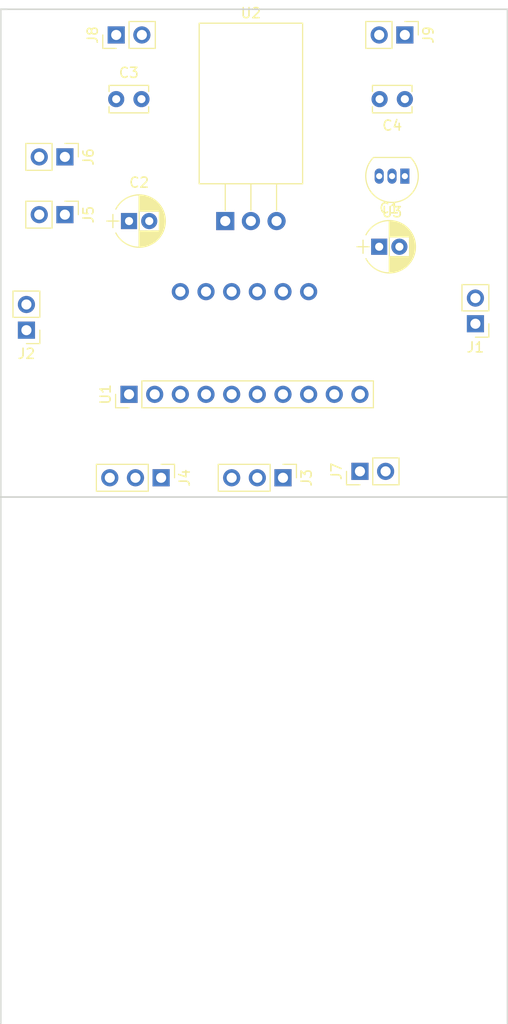
<source format=kicad_pcb>
(kicad_pcb (version 4) (host pcbnew 4.0.7)

  (general
    (links 35)
    (no_connects 35)
    (area 95.809999 28.216666 146.125001 129.615001)
    (thickness 1.6)
    (drawings 5)
    (tracks 0)
    (zones 0)
    (modules 16)
    (nets 16)
  )

  (page A4)
  (layers
    (0 F.Cu signal)
    (31 B.Cu signal)
    (32 B.Adhes user)
    (33 F.Adhes user)
    (34 B.Paste user)
    (35 F.Paste user)
    (36 B.SilkS user)
    (37 F.SilkS user)
    (38 B.Mask user)
    (39 F.Mask user)
    (40 Dwgs.User user)
    (41 Cmts.User user)
    (42 Eco1.User user)
    (43 Eco2.User user)
    (44 Edge.Cuts user)
    (45 Margin user)
    (46 B.CrtYd user)
    (47 F.CrtYd user)
    (48 B.Fab user)
    (49 F.Fab user)
  )

  (setup
    (last_trace_width 0.25)
    (trace_clearance 0.2)
    (zone_clearance 0.508)
    (zone_45_only no)
    (trace_min 0.2)
    (segment_width 0.2)
    (edge_width 0.15)
    (via_size 0.6)
    (via_drill 0.4)
    (via_min_size 0.4)
    (via_min_drill 0.3)
    (uvia_size 0.3)
    (uvia_drill 0.1)
    (uvias_allowed no)
    (uvia_min_size 0.2)
    (uvia_min_drill 0.1)
    (pcb_text_width 0.3)
    (pcb_text_size 1.5 1.5)
    (mod_edge_width 0.15)
    (mod_text_size 1 1)
    (mod_text_width 0.15)
    (pad_size 1.524 1.524)
    (pad_drill 0.762)
    (pad_to_mask_clearance 0.2)
    (aux_axis_origin 0 0)
    (visible_elements FFFFFF7F)
    (pcbplotparams
      (layerselection 0x00030_80000001)
      (usegerberextensions false)
      (excludeedgelayer true)
      (linewidth 0.100000)
      (plotframeref false)
      (viasonmask false)
      (mode 1)
      (useauxorigin false)
      (hpglpennumber 1)
      (hpglpenspeed 20)
      (hpglpendiameter 15)
      (hpglpenoverlay 2)
      (psnegative false)
      (psa4output false)
      (plotreference true)
      (plotvalue true)
      (plotinvisibletext false)
      (padsonsilk false)
      (subtractmaskfromsilk false)
      (outputformat 1)
      (mirror false)
      (drillshape 1)
      (scaleselection 1)
      (outputdirectory ""))
  )

  (net 0 "")
  (net 1 +BATT)
  (net 2 GND)
  (net 3 +5V)
  (net 4 +3V3)
  (net 5 "Net-(J1-Pad1)")
  (net 6 "Net-(J1-Pad2)")
  (net 7 "Net-(J2-Pad1)")
  (net 8 "Net-(J2-Pad2)")
  (net 9 "Net-(J3-Pad1)")
  (net 10 "Net-(J3-Pad2)")
  (net 11 "Net-(J3-Pad3)")
  (net 12 "Net-(J4-Pad1)")
  (net 13 "Net-(J4-Pad2)")
  (net 14 "Net-(J4-Pad3)")
  (net 15 STBY)

  (net_class Default "This is the default net class."
    (clearance 0.2)
    (trace_width 0.25)
    (via_dia 0.6)
    (via_drill 0.4)
    (uvia_dia 0.3)
    (uvia_drill 0.1)
    (add_net +3V3)
    (add_net +5V)
    (add_net +BATT)
    (add_net GND)
    (add_net "Net-(J1-Pad1)")
    (add_net "Net-(J1-Pad2)")
    (add_net "Net-(J2-Pad1)")
    (add_net "Net-(J2-Pad2)")
    (add_net "Net-(J3-Pad1)")
    (add_net "Net-(J3-Pad2)")
    (add_net "Net-(J3-Pad3)")
    (add_net "Net-(J4-Pad1)")
    (add_net "Net-(J4-Pad2)")
    (add_net "Net-(J4-Pad3)")
    (add_net STBY)
  )

  (module kevin:Adafruit_Motor_Driver_TB6612 placed (layer F.Cu) (tedit 5AAE9A22) (tstamp 5AB1FF35)
    (at 108.585 67.31 90)
    (descr "Adafruit motor driver tb6612")
    (tags "adafruit motor driver tb6612")
    (path /5AAE9D59)
    (fp_text reference U1 (at 0 -2.33 90) (layer F.SilkS)
      (effects (font (size 1 1) (thickness 0.15)))
    )
    (fp_text value TB6612FNG (at 5.08 11.43 180) (layer F.Fab)
      (effects (font (size 1 1) (thickness 0.15)))
    )
    (fp_line (start -1.27 -1.27) (end -1.27 24.13) (layer F.Fab) (width 0.1))
    (fp_line (start -1.27 24.13) (end 1.27 24.13) (layer F.Fab) (width 0.1))
    (fp_line (start 1.27 24.13) (end 1.27 -1.27) (layer F.Fab) (width 0.1))
    (fp_line (start 1.27 -1.27) (end -1.27 -1.27) (layer F.Fab) (width 0.1))
    (fp_line (start -1.33 1.27) (end -1.33 24.19) (layer F.SilkS) (width 0.12))
    (fp_line (start -1.33 24.19) (end 1.33 24.19) (layer F.SilkS) (width 0.12))
    (fp_line (start 1.33 24.19) (end 1.33 1.27) (layer F.SilkS) (width 0.12))
    (fp_line (start 1.33 1.27) (end -1.33 1.27) (layer F.SilkS) (width 0.12))
    (fp_line (start -1.33 0) (end -1.33 -1.33) (layer F.SilkS) (width 0.12))
    (fp_line (start -1.33 -1.33) (end 0 -1.33) (layer F.SilkS) (width 0.12))
    (fp_line (start -1.8 -1.8) (end -1.8 24.65) (layer F.CrtYd) (width 0.05))
    (fp_line (start -1.8 24.65) (end 1.8 24.65) (layer F.CrtYd) (width 0.05))
    (fp_line (start 1.8 24.65) (end 1.8 -1.8) (layer F.CrtYd) (width 0.05))
    (fp_line (start 1.8 -1.8) (end -1.8 -1.8) (layer F.CrtYd) (width 0.05))
    (fp_text user %R (at 0 -2.33 90) (layer F.Fab)
      (effects (font (size 1 1) (thickness 0.15)))
    )
    (pad 16 thru_hole oval (at 10.16 17.78 90) (size 1.7 1.7) (drill 1) (layers *.Cu *.Mask)
      (net 5 "Net-(J1-Pad1)"))
    (pad 15 thru_hole oval (at 10.16 15.24 90) (size 1.7 1.7) (drill 1) (layers *.Cu *.Mask)
      (net 6 "Net-(J1-Pad2)"))
    (pad 14 thru_hole oval (at 10.16 12.7 90) (size 1.7 1.7) (drill 1) (layers *.Cu *.Mask)
      (net 2 GND))
    (pad 13 thru_hole oval (at 10.16 10.16 90) (size 1.7 1.7) (drill 1) (layers *.Cu *.Mask)
      (net 2 GND))
    (pad 12 thru_hole oval (at 10.16 7.62 90) (size 1.7 1.7) (drill 1) (layers *.Cu *.Mask)
      (net 7 "Net-(J2-Pad1)"))
    (pad 11 thru_hole oval (at 10.16 5.08 90) (size 1.7 1.7) (drill 1) (layers *.Cu *.Mask)
      (net 8 "Net-(J2-Pad2)"))
    (pad 1 thru_hole rect (at 0 0 90) (size 1.7 1.7) (drill 1) (layers *.Cu *.Mask)
      (net 3 +5V))
    (pad 2 thru_hole oval (at 0 2.54 90) (size 1.7 1.7) (drill 1) (layers *.Cu *.Mask)
      (net 3 +5V))
    (pad 3 thru_hole oval (at 0 5.08 90) (size 1.7 1.7) (drill 1) (layers *.Cu *.Mask)
      (net 2 GND))
    (pad 4 thru_hole oval (at 0 7.62 90) (size 1.7 1.7) (drill 1) (layers *.Cu *.Mask)
      (net 14 "Net-(J4-Pad3)"))
    (pad 5 thru_hole oval (at 0 10.16 90) (size 1.7 1.7) (drill 1) (layers *.Cu *.Mask)
      (net 13 "Net-(J4-Pad2)"))
    (pad 6 thru_hole oval (at 0 12.7 90) (size 1.7 1.7) (drill 1) (layers *.Cu *.Mask)
      (net 12 "Net-(J4-Pad1)"))
    (pad 7 thru_hole oval (at 0 15.24 90) (size 1.7 1.7) (drill 1) (layers *.Cu *.Mask)
      (net 15 STBY))
    (pad 8 thru_hole oval (at 0 17.78 90) (size 1.7 1.7) (drill 1) (layers *.Cu *.Mask)
      (net 10 "Net-(J3-Pad2)"))
    (pad 9 thru_hole oval (at 0 20.32 90) (size 1.7 1.7) (drill 1) (layers *.Cu *.Mask)
      (net 11 "Net-(J3-Pad3)"))
    (pad 10 thru_hole oval (at 0 22.86 90) (size 1.7 1.7) (drill 1) (layers *.Cu *.Mask)
      (net 9 "Net-(J3-Pad1)"))
    (model ${KISYS3DMOD}/Socket_Strips.3dshapes/Socket_Strip_Straight_1x10_Pitch2.54mm.wrl
      (at (xyz 0 -0.45 0))
      (scale (xyz 1 1 1))
      (rotate (xyz 0 0 270))
    )
  )

  (module Capacitors_THT:CP_Radial_D5.0mm_P2.00mm placed (layer F.Cu) (tedit 597BC7C2) (tstamp 5AB2CF42)
    (at 133.35 52.705)
    (descr "CP, Radial series, Radial, pin pitch=2.00mm, , diameter=5mm, Electrolytic Capacitor")
    (tags "CP Radial series Radial pin pitch 2.00mm  diameter 5mm Electrolytic Capacitor")
    (path /5AAE9E57)
    (fp_text reference C1 (at 1 -3.81) (layer F.SilkS)
      (effects (font (size 1 1) (thickness 0.15)))
    )
    (fp_text value CP (at 1 3.81) (layer F.Fab)
      (effects (font (size 1 1) (thickness 0.15)))
    )
    (fp_arc (start 1 0) (end -1.30558 -1.18) (angle 125.8) (layer F.SilkS) (width 0.12))
    (fp_arc (start 1 0) (end -1.30558 1.18) (angle -125.8) (layer F.SilkS) (width 0.12))
    (fp_arc (start 1 0) (end 3.30558 -1.18) (angle 54.2) (layer F.SilkS) (width 0.12))
    (fp_circle (center 1 0) (end 3.5 0) (layer F.Fab) (width 0.1))
    (fp_line (start -2.2 0) (end -1 0) (layer F.Fab) (width 0.1))
    (fp_line (start -1.6 -0.65) (end -1.6 0.65) (layer F.Fab) (width 0.1))
    (fp_line (start 1 -2.55) (end 1 2.55) (layer F.SilkS) (width 0.12))
    (fp_line (start 1.04 -2.55) (end 1.04 -0.98) (layer F.SilkS) (width 0.12))
    (fp_line (start 1.04 0.98) (end 1.04 2.55) (layer F.SilkS) (width 0.12))
    (fp_line (start 1.08 -2.549) (end 1.08 -0.98) (layer F.SilkS) (width 0.12))
    (fp_line (start 1.08 0.98) (end 1.08 2.549) (layer F.SilkS) (width 0.12))
    (fp_line (start 1.12 -2.548) (end 1.12 -0.98) (layer F.SilkS) (width 0.12))
    (fp_line (start 1.12 0.98) (end 1.12 2.548) (layer F.SilkS) (width 0.12))
    (fp_line (start 1.16 -2.546) (end 1.16 -0.98) (layer F.SilkS) (width 0.12))
    (fp_line (start 1.16 0.98) (end 1.16 2.546) (layer F.SilkS) (width 0.12))
    (fp_line (start 1.2 -2.543) (end 1.2 -0.98) (layer F.SilkS) (width 0.12))
    (fp_line (start 1.2 0.98) (end 1.2 2.543) (layer F.SilkS) (width 0.12))
    (fp_line (start 1.24 -2.539) (end 1.24 -0.98) (layer F.SilkS) (width 0.12))
    (fp_line (start 1.24 0.98) (end 1.24 2.539) (layer F.SilkS) (width 0.12))
    (fp_line (start 1.28 -2.535) (end 1.28 -0.98) (layer F.SilkS) (width 0.12))
    (fp_line (start 1.28 0.98) (end 1.28 2.535) (layer F.SilkS) (width 0.12))
    (fp_line (start 1.32 -2.531) (end 1.32 -0.98) (layer F.SilkS) (width 0.12))
    (fp_line (start 1.32 0.98) (end 1.32 2.531) (layer F.SilkS) (width 0.12))
    (fp_line (start 1.36 -2.525) (end 1.36 -0.98) (layer F.SilkS) (width 0.12))
    (fp_line (start 1.36 0.98) (end 1.36 2.525) (layer F.SilkS) (width 0.12))
    (fp_line (start 1.4 -2.519) (end 1.4 -0.98) (layer F.SilkS) (width 0.12))
    (fp_line (start 1.4 0.98) (end 1.4 2.519) (layer F.SilkS) (width 0.12))
    (fp_line (start 1.44 -2.513) (end 1.44 -0.98) (layer F.SilkS) (width 0.12))
    (fp_line (start 1.44 0.98) (end 1.44 2.513) (layer F.SilkS) (width 0.12))
    (fp_line (start 1.48 -2.506) (end 1.48 -0.98) (layer F.SilkS) (width 0.12))
    (fp_line (start 1.48 0.98) (end 1.48 2.506) (layer F.SilkS) (width 0.12))
    (fp_line (start 1.52 -2.498) (end 1.52 -0.98) (layer F.SilkS) (width 0.12))
    (fp_line (start 1.52 0.98) (end 1.52 2.498) (layer F.SilkS) (width 0.12))
    (fp_line (start 1.56 -2.489) (end 1.56 -0.98) (layer F.SilkS) (width 0.12))
    (fp_line (start 1.56 0.98) (end 1.56 2.489) (layer F.SilkS) (width 0.12))
    (fp_line (start 1.6 -2.48) (end 1.6 -0.98) (layer F.SilkS) (width 0.12))
    (fp_line (start 1.6 0.98) (end 1.6 2.48) (layer F.SilkS) (width 0.12))
    (fp_line (start 1.64 -2.47) (end 1.64 -0.98) (layer F.SilkS) (width 0.12))
    (fp_line (start 1.64 0.98) (end 1.64 2.47) (layer F.SilkS) (width 0.12))
    (fp_line (start 1.68 -2.46) (end 1.68 -0.98) (layer F.SilkS) (width 0.12))
    (fp_line (start 1.68 0.98) (end 1.68 2.46) (layer F.SilkS) (width 0.12))
    (fp_line (start 1.721 -2.448) (end 1.721 -0.98) (layer F.SilkS) (width 0.12))
    (fp_line (start 1.721 0.98) (end 1.721 2.448) (layer F.SilkS) (width 0.12))
    (fp_line (start 1.761 -2.436) (end 1.761 -0.98) (layer F.SilkS) (width 0.12))
    (fp_line (start 1.761 0.98) (end 1.761 2.436) (layer F.SilkS) (width 0.12))
    (fp_line (start 1.801 -2.424) (end 1.801 -0.98) (layer F.SilkS) (width 0.12))
    (fp_line (start 1.801 0.98) (end 1.801 2.424) (layer F.SilkS) (width 0.12))
    (fp_line (start 1.841 -2.41) (end 1.841 -0.98) (layer F.SilkS) (width 0.12))
    (fp_line (start 1.841 0.98) (end 1.841 2.41) (layer F.SilkS) (width 0.12))
    (fp_line (start 1.881 -2.396) (end 1.881 -0.98) (layer F.SilkS) (width 0.12))
    (fp_line (start 1.881 0.98) (end 1.881 2.396) (layer F.SilkS) (width 0.12))
    (fp_line (start 1.921 -2.382) (end 1.921 -0.98) (layer F.SilkS) (width 0.12))
    (fp_line (start 1.921 0.98) (end 1.921 2.382) (layer F.SilkS) (width 0.12))
    (fp_line (start 1.961 -2.366) (end 1.961 -0.98) (layer F.SilkS) (width 0.12))
    (fp_line (start 1.961 0.98) (end 1.961 2.366) (layer F.SilkS) (width 0.12))
    (fp_line (start 2.001 -2.35) (end 2.001 -0.98) (layer F.SilkS) (width 0.12))
    (fp_line (start 2.001 0.98) (end 2.001 2.35) (layer F.SilkS) (width 0.12))
    (fp_line (start 2.041 -2.333) (end 2.041 -0.98) (layer F.SilkS) (width 0.12))
    (fp_line (start 2.041 0.98) (end 2.041 2.333) (layer F.SilkS) (width 0.12))
    (fp_line (start 2.081 -2.315) (end 2.081 -0.98) (layer F.SilkS) (width 0.12))
    (fp_line (start 2.081 0.98) (end 2.081 2.315) (layer F.SilkS) (width 0.12))
    (fp_line (start 2.121 -2.296) (end 2.121 -0.98) (layer F.SilkS) (width 0.12))
    (fp_line (start 2.121 0.98) (end 2.121 2.296) (layer F.SilkS) (width 0.12))
    (fp_line (start 2.161 -2.276) (end 2.161 -0.98) (layer F.SilkS) (width 0.12))
    (fp_line (start 2.161 0.98) (end 2.161 2.276) (layer F.SilkS) (width 0.12))
    (fp_line (start 2.201 -2.256) (end 2.201 -0.98) (layer F.SilkS) (width 0.12))
    (fp_line (start 2.201 0.98) (end 2.201 2.256) (layer F.SilkS) (width 0.12))
    (fp_line (start 2.241 -2.234) (end 2.241 -0.98) (layer F.SilkS) (width 0.12))
    (fp_line (start 2.241 0.98) (end 2.241 2.234) (layer F.SilkS) (width 0.12))
    (fp_line (start 2.281 -2.212) (end 2.281 -0.98) (layer F.SilkS) (width 0.12))
    (fp_line (start 2.281 0.98) (end 2.281 2.212) (layer F.SilkS) (width 0.12))
    (fp_line (start 2.321 -2.189) (end 2.321 -0.98) (layer F.SilkS) (width 0.12))
    (fp_line (start 2.321 0.98) (end 2.321 2.189) (layer F.SilkS) (width 0.12))
    (fp_line (start 2.361 -2.165) (end 2.361 -0.98) (layer F.SilkS) (width 0.12))
    (fp_line (start 2.361 0.98) (end 2.361 2.165) (layer F.SilkS) (width 0.12))
    (fp_line (start 2.401 -2.14) (end 2.401 -0.98) (layer F.SilkS) (width 0.12))
    (fp_line (start 2.401 0.98) (end 2.401 2.14) (layer F.SilkS) (width 0.12))
    (fp_line (start 2.441 -2.113) (end 2.441 -0.98) (layer F.SilkS) (width 0.12))
    (fp_line (start 2.441 0.98) (end 2.441 2.113) (layer F.SilkS) (width 0.12))
    (fp_line (start 2.481 -2.086) (end 2.481 -0.98) (layer F.SilkS) (width 0.12))
    (fp_line (start 2.481 0.98) (end 2.481 2.086) (layer F.SilkS) (width 0.12))
    (fp_line (start 2.521 -2.058) (end 2.521 -0.98) (layer F.SilkS) (width 0.12))
    (fp_line (start 2.521 0.98) (end 2.521 2.058) (layer F.SilkS) (width 0.12))
    (fp_line (start 2.561 -2.028) (end 2.561 -0.98) (layer F.SilkS) (width 0.12))
    (fp_line (start 2.561 0.98) (end 2.561 2.028) (layer F.SilkS) (width 0.12))
    (fp_line (start 2.601 -1.997) (end 2.601 -0.98) (layer F.SilkS) (width 0.12))
    (fp_line (start 2.601 0.98) (end 2.601 1.997) (layer F.SilkS) (width 0.12))
    (fp_line (start 2.641 -1.965) (end 2.641 -0.98) (layer F.SilkS) (width 0.12))
    (fp_line (start 2.641 0.98) (end 2.641 1.965) (layer F.SilkS) (width 0.12))
    (fp_line (start 2.681 -1.932) (end 2.681 -0.98) (layer F.SilkS) (width 0.12))
    (fp_line (start 2.681 0.98) (end 2.681 1.932) (layer F.SilkS) (width 0.12))
    (fp_line (start 2.721 -1.897) (end 2.721 -0.98) (layer F.SilkS) (width 0.12))
    (fp_line (start 2.721 0.98) (end 2.721 1.897) (layer F.SilkS) (width 0.12))
    (fp_line (start 2.761 -1.861) (end 2.761 -0.98) (layer F.SilkS) (width 0.12))
    (fp_line (start 2.761 0.98) (end 2.761 1.861) (layer F.SilkS) (width 0.12))
    (fp_line (start 2.801 -1.823) (end 2.801 -0.98) (layer F.SilkS) (width 0.12))
    (fp_line (start 2.801 0.98) (end 2.801 1.823) (layer F.SilkS) (width 0.12))
    (fp_line (start 2.841 -1.783) (end 2.841 -0.98) (layer F.SilkS) (width 0.12))
    (fp_line (start 2.841 0.98) (end 2.841 1.783) (layer F.SilkS) (width 0.12))
    (fp_line (start 2.881 -1.742) (end 2.881 -0.98) (layer F.SilkS) (width 0.12))
    (fp_line (start 2.881 0.98) (end 2.881 1.742) (layer F.SilkS) (width 0.12))
    (fp_line (start 2.921 -1.699) (end 2.921 -0.98) (layer F.SilkS) (width 0.12))
    (fp_line (start 2.921 0.98) (end 2.921 1.699) (layer F.SilkS) (width 0.12))
    (fp_line (start 2.961 -1.654) (end 2.961 -0.98) (layer F.SilkS) (width 0.12))
    (fp_line (start 2.961 0.98) (end 2.961 1.654) (layer F.SilkS) (width 0.12))
    (fp_line (start 3.001 -1.606) (end 3.001 1.606) (layer F.SilkS) (width 0.12))
    (fp_line (start 3.041 -1.556) (end 3.041 1.556) (layer F.SilkS) (width 0.12))
    (fp_line (start 3.081 -1.504) (end 3.081 1.504) (layer F.SilkS) (width 0.12))
    (fp_line (start 3.121 -1.448) (end 3.121 1.448) (layer F.SilkS) (width 0.12))
    (fp_line (start 3.161 -1.39) (end 3.161 1.39) (layer F.SilkS) (width 0.12))
    (fp_line (start 3.201 -1.327) (end 3.201 1.327) (layer F.SilkS) (width 0.12))
    (fp_line (start 3.241 -1.261) (end 3.241 1.261) (layer F.SilkS) (width 0.12))
    (fp_line (start 3.281 -1.189) (end 3.281 1.189) (layer F.SilkS) (width 0.12))
    (fp_line (start 3.321 -1.112) (end 3.321 1.112) (layer F.SilkS) (width 0.12))
    (fp_line (start 3.361 -1.028) (end 3.361 1.028) (layer F.SilkS) (width 0.12))
    (fp_line (start 3.401 -0.934) (end 3.401 0.934) (layer F.SilkS) (width 0.12))
    (fp_line (start 3.441 -0.829) (end 3.441 0.829) (layer F.SilkS) (width 0.12))
    (fp_line (start 3.481 -0.707) (end 3.481 0.707) (layer F.SilkS) (width 0.12))
    (fp_line (start 3.521 -0.559) (end 3.521 0.559) (layer F.SilkS) (width 0.12))
    (fp_line (start 3.561 -0.354) (end 3.561 0.354) (layer F.SilkS) (width 0.12))
    (fp_line (start -2.2 0) (end -1 0) (layer F.SilkS) (width 0.12))
    (fp_line (start -1.6 -0.65) (end -1.6 0.65) (layer F.SilkS) (width 0.12))
    (fp_line (start -1.85 -2.85) (end -1.85 2.85) (layer F.CrtYd) (width 0.05))
    (fp_line (start -1.85 2.85) (end 3.85 2.85) (layer F.CrtYd) (width 0.05))
    (fp_line (start 3.85 2.85) (end 3.85 -2.85) (layer F.CrtYd) (width 0.05))
    (fp_line (start 3.85 -2.85) (end -1.85 -2.85) (layer F.CrtYd) (width 0.05))
    (fp_text user %R (at 1 0) (layer F.Fab)
      (effects (font (size 1 1) (thickness 0.15)))
    )
    (pad 1 thru_hole rect (at 0 0) (size 1.6 1.6) (drill 0.8) (layers *.Cu *.Mask)
      (net 1 +BATT))
    (pad 2 thru_hole circle (at 2 0) (size 1.6 1.6) (drill 0.8) (layers *.Cu *.Mask)
      (net 2 GND))
    (model ${KISYS3DMOD}/Capacitors_THT.3dshapes/CP_Radial_D5.0mm_P2.00mm.wrl
      (at (xyz 0 0 0))
      (scale (xyz 1 1 1))
      (rotate (xyz 0 0 0))
    )
  )

  (module Capacitors_THT:CP_Radial_D5.0mm_P2.00mm placed (layer F.Cu) (tedit 597BC7C2) (tstamp 5AB2CFC7)
    (at 108.585 50.165)
    (descr "CP, Radial series, Radial, pin pitch=2.00mm, , diameter=5mm, Electrolytic Capacitor")
    (tags "CP Radial series Radial pin pitch 2.00mm  diameter 5mm Electrolytic Capacitor")
    (path /5AAE9FBE)
    (fp_text reference C2 (at 1 -3.81) (layer F.SilkS)
      (effects (font (size 1 1) (thickness 0.15)))
    )
    (fp_text value CP (at 1 3.81) (layer F.Fab)
      (effects (font (size 1 1) (thickness 0.15)))
    )
    (fp_arc (start 1 0) (end -1.30558 -1.18) (angle 125.8) (layer F.SilkS) (width 0.12))
    (fp_arc (start 1 0) (end -1.30558 1.18) (angle -125.8) (layer F.SilkS) (width 0.12))
    (fp_arc (start 1 0) (end 3.30558 -1.18) (angle 54.2) (layer F.SilkS) (width 0.12))
    (fp_circle (center 1 0) (end 3.5 0) (layer F.Fab) (width 0.1))
    (fp_line (start -2.2 0) (end -1 0) (layer F.Fab) (width 0.1))
    (fp_line (start -1.6 -0.65) (end -1.6 0.65) (layer F.Fab) (width 0.1))
    (fp_line (start 1 -2.55) (end 1 2.55) (layer F.SilkS) (width 0.12))
    (fp_line (start 1.04 -2.55) (end 1.04 -0.98) (layer F.SilkS) (width 0.12))
    (fp_line (start 1.04 0.98) (end 1.04 2.55) (layer F.SilkS) (width 0.12))
    (fp_line (start 1.08 -2.549) (end 1.08 -0.98) (layer F.SilkS) (width 0.12))
    (fp_line (start 1.08 0.98) (end 1.08 2.549) (layer F.SilkS) (width 0.12))
    (fp_line (start 1.12 -2.548) (end 1.12 -0.98) (layer F.SilkS) (width 0.12))
    (fp_line (start 1.12 0.98) (end 1.12 2.548) (layer F.SilkS) (width 0.12))
    (fp_line (start 1.16 -2.546) (end 1.16 -0.98) (layer F.SilkS) (width 0.12))
    (fp_line (start 1.16 0.98) (end 1.16 2.546) (layer F.SilkS) (width 0.12))
    (fp_line (start 1.2 -2.543) (end 1.2 -0.98) (layer F.SilkS) (width 0.12))
    (fp_line (start 1.2 0.98) (end 1.2 2.543) (layer F.SilkS) (width 0.12))
    (fp_line (start 1.24 -2.539) (end 1.24 -0.98) (layer F.SilkS) (width 0.12))
    (fp_line (start 1.24 0.98) (end 1.24 2.539) (layer F.SilkS) (width 0.12))
    (fp_line (start 1.28 -2.535) (end 1.28 -0.98) (layer F.SilkS) (width 0.12))
    (fp_line (start 1.28 0.98) (end 1.28 2.535) (layer F.SilkS) (width 0.12))
    (fp_line (start 1.32 -2.531) (end 1.32 -0.98) (layer F.SilkS) (width 0.12))
    (fp_line (start 1.32 0.98) (end 1.32 2.531) (layer F.SilkS) (width 0.12))
    (fp_line (start 1.36 -2.525) (end 1.36 -0.98) (layer F.SilkS) (width 0.12))
    (fp_line (start 1.36 0.98) (end 1.36 2.525) (layer F.SilkS) (width 0.12))
    (fp_line (start 1.4 -2.519) (end 1.4 -0.98) (layer F.SilkS) (width 0.12))
    (fp_line (start 1.4 0.98) (end 1.4 2.519) (layer F.SilkS) (width 0.12))
    (fp_line (start 1.44 -2.513) (end 1.44 -0.98) (layer F.SilkS) (width 0.12))
    (fp_line (start 1.44 0.98) (end 1.44 2.513) (layer F.SilkS) (width 0.12))
    (fp_line (start 1.48 -2.506) (end 1.48 -0.98) (layer F.SilkS) (width 0.12))
    (fp_line (start 1.48 0.98) (end 1.48 2.506) (layer F.SilkS) (width 0.12))
    (fp_line (start 1.52 -2.498) (end 1.52 -0.98) (layer F.SilkS) (width 0.12))
    (fp_line (start 1.52 0.98) (end 1.52 2.498) (layer F.SilkS) (width 0.12))
    (fp_line (start 1.56 -2.489) (end 1.56 -0.98) (layer F.SilkS) (width 0.12))
    (fp_line (start 1.56 0.98) (end 1.56 2.489) (layer F.SilkS) (width 0.12))
    (fp_line (start 1.6 -2.48) (end 1.6 -0.98) (layer F.SilkS) (width 0.12))
    (fp_line (start 1.6 0.98) (end 1.6 2.48) (layer F.SilkS) (width 0.12))
    (fp_line (start 1.64 -2.47) (end 1.64 -0.98) (layer F.SilkS) (width 0.12))
    (fp_line (start 1.64 0.98) (end 1.64 2.47) (layer F.SilkS) (width 0.12))
    (fp_line (start 1.68 -2.46) (end 1.68 -0.98) (layer F.SilkS) (width 0.12))
    (fp_line (start 1.68 0.98) (end 1.68 2.46) (layer F.SilkS) (width 0.12))
    (fp_line (start 1.721 -2.448) (end 1.721 -0.98) (layer F.SilkS) (width 0.12))
    (fp_line (start 1.721 0.98) (end 1.721 2.448) (layer F.SilkS) (width 0.12))
    (fp_line (start 1.761 -2.436) (end 1.761 -0.98) (layer F.SilkS) (width 0.12))
    (fp_line (start 1.761 0.98) (end 1.761 2.436) (layer F.SilkS) (width 0.12))
    (fp_line (start 1.801 -2.424) (end 1.801 -0.98) (layer F.SilkS) (width 0.12))
    (fp_line (start 1.801 0.98) (end 1.801 2.424) (layer F.SilkS) (width 0.12))
    (fp_line (start 1.841 -2.41) (end 1.841 -0.98) (layer F.SilkS) (width 0.12))
    (fp_line (start 1.841 0.98) (end 1.841 2.41) (layer F.SilkS) (width 0.12))
    (fp_line (start 1.881 -2.396) (end 1.881 -0.98) (layer F.SilkS) (width 0.12))
    (fp_line (start 1.881 0.98) (end 1.881 2.396) (layer F.SilkS) (width 0.12))
    (fp_line (start 1.921 -2.382) (end 1.921 -0.98) (layer F.SilkS) (width 0.12))
    (fp_line (start 1.921 0.98) (end 1.921 2.382) (layer F.SilkS) (width 0.12))
    (fp_line (start 1.961 -2.366) (end 1.961 -0.98) (layer F.SilkS) (width 0.12))
    (fp_line (start 1.961 0.98) (end 1.961 2.366) (layer F.SilkS) (width 0.12))
    (fp_line (start 2.001 -2.35) (end 2.001 -0.98) (layer F.SilkS) (width 0.12))
    (fp_line (start 2.001 0.98) (end 2.001 2.35) (layer F.SilkS) (width 0.12))
    (fp_line (start 2.041 -2.333) (end 2.041 -0.98) (layer F.SilkS) (width 0.12))
    (fp_line (start 2.041 0.98) (end 2.041 2.333) (layer F.SilkS) (width 0.12))
    (fp_line (start 2.081 -2.315) (end 2.081 -0.98) (layer F.SilkS) (width 0.12))
    (fp_line (start 2.081 0.98) (end 2.081 2.315) (layer F.SilkS) (width 0.12))
    (fp_line (start 2.121 -2.296) (end 2.121 -0.98) (layer F.SilkS) (width 0.12))
    (fp_line (start 2.121 0.98) (end 2.121 2.296) (layer F.SilkS) (width 0.12))
    (fp_line (start 2.161 -2.276) (end 2.161 -0.98) (layer F.SilkS) (width 0.12))
    (fp_line (start 2.161 0.98) (end 2.161 2.276) (layer F.SilkS) (width 0.12))
    (fp_line (start 2.201 -2.256) (end 2.201 -0.98) (layer F.SilkS) (width 0.12))
    (fp_line (start 2.201 0.98) (end 2.201 2.256) (layer F.SilkS) (width 0.12))
    (fp_line (start 2.241 -2.234) (end 2.241 -0.98) (layer F.SilkS) (width 0.12))
    (fp_line (start 2.241 0.98) (end 2.241 2.234) (layer F.SilkS) (width 0.12))
    (fp_line (start 2.281 -2.212) (end 2.281 -0.98) (layer F.SilkS) (width 0.12))
    (fp_line (start 2.281 0.98) (end 2.281 2.212) (layer F.SilkS) (width 0.12))
    (fp_line (start 2.321 -2.189) (end 2.321 -0.98) (layer F.SilkS) (width 0.12))
    (fp_line (start 2.321 0.98) (end 2.321 2.189) (layer F.SilkS) (width 0.12))
    (fp_line (start 2.361 -2.165) (end 2.361 -0.98) (layer F.SilkS) (width 0.12))
    (fp_line (start 2.361 0.98) (end 2.361 2.165) (layer F.SilkS) (width 0.12))
    (fp_line (start 2.401 -2.14) (end 2.401 -0.98) (layer F.SilkS) (width 0.12))
    (fp_line (start 2.401 0.98) (end 2.401 2.14) (layer F.SilkS) (width 0.12))
    (fp_line (start 2.441 -2.113) (end 2.441 -0.98) (layer F.SilkS) (width 0.12))
    (fp_line (start 2.441 0.98) (end 2.441 2.113) (layer F.SilkS) (width 0.12))
    (fp_line (start 2.481 -2.086) (end 2.481 -0.98) (layer F.SilkS) (width 0.12))
    (fp_line (start 2.481 0.98) (end 2.481 2.086) (layer F.SilkS) (width 0.12))
    (fp_line (start 2.521 -2.058) (end 2.521 -0.98) (layer F.SilkS) (width 0.12))
    (fp_line (start 2.521 0.98) (end 2.521 2.058) (layer F.SilkS) (width 0.12))
    (fp_line (start 2.561 -2.028) (end 2.561 -0.98) (layer F.SilkS) (width 0.12))
    (fp_line (start 2.561 0.98) (end 2.561 2.028) (layer F.SilkS) (width 0.12))
    (fp_line (start 2.601 -1.997) (end 2.601 -0.98) (layer F.SilkS) (width 0.12))
    (fp_line (start 2.601 0.98) (end 2.601 1.997) (layer F.SilkS) (width 0.12))
    (fp_line (start 2.641 -1.965) (end 2.641 -0.98) (layer F.SilkS) (width 0.12))
    (fp_line (start 2.641 0.98) (end 2.641 1.965) (layer F.SilkS) (width 0.12))
    (fp_line (start 2.681 -1.932) (end 2.681 -0.98) (layer F.SilkS) (width 0.12))
    (fp_line (start 2.681 0.98) (end 2.681 1.932) (layer F.SilkS) (width 0.12))
    (fp_line (start 2.721 -1.897) (end 2.721 -0.98) (layer F.SilkS) (width 0.12))
    (fp_line (start 2.721 0.98) (end 2.721 1.897) (layer F.SilkS) (width 0.12))
    (fp_line (start 2.761 -1.861) (end 2.761 -0.98) (layer F.SilkS) (width 0.12))
    (fp_line (start 2.761 0.98) (end 2.761 1.861) (layer F.SilkS) (width 0.12))
    (fp_line (start 2.801 -1.823) (end 2.801 -0.98) (layer F.SilkS) (width 0.12))
    (fp_line (start 2.801 0.98) (end 2.801 1.823) (layer F.SilkS) (width 0.12))
    (fp_line (start 2.841 -1.783) (end 2.841 -0.98) (layer F.SilkS) (width 0.12))
    (fp_line (start 2.841 0.98) (end 2.841 1.783) (layer F.SilkS) (width 0.12))
    (fp_line (start 2.881 -1.742) (end 2.881 -0.98) (layer F.SilkS) (width 0.12))
    (fp_line (start 2.881 0.98) (end 2.881 1.742) (layer F.SilkS) (width 0.12))
    (fp_line (start 2.921 -1.699) (end 2.921 -0.98) (layer F.SilkS) (width 0.12))
    (fp_line (start 2.921 0.98) (end 2.921 1.699) (layer F.SilkS) (width 0.12))
    (fp_line (start 2.961 -1.654) (end 2.961 -0.98) (layer F.SilkS) (width 0.12))
    (fp_line (start 2.961 0.98) (end 2.961 1.654) (layer F.SilkS) (width 0.12))
    (fp_line (start 3.001 -1.606) (end 3.001 1.606) (layer F.SilkS) (width 0.12))
    (fp_line (start 3.041 -1.556) (end 3.041 1.556) (layer F.SilkS) (width 0.12))
    (fp_line (start 3.081 -1.504) (end 3.081 1.504) (layer F.SilkS) (width 0.12))
    (fp_line (start 3.121 -1.448) (end 3.121 1.448) (layer F.SilkS) (width 0.12))
    (fp_line (start 3.161 -1.39) (end 3.161 1.39) (layer F.SilkS) (width 0.12))
    (fp_line (start 3.201 -1.327) (end 3.201 1.327) (layer F.SilkS) (width 0.12))
    (fp_line (start 3.241 -1.261) (end 3.241 1.261) (layer F.SilkS) (width 0.12))
    (fp_line (start 3.281 -1.189) (end 3.281 1.189) (layer F.SilkS) (width 0.12))
    (fp_line (start 3.321 -1.112) (end 3.321 1.112) (layer F.SilkS) (width 0.12))
    (fp_line (start 3.361 -1.028) (end 3.361 1.028) (layer F.SilkS) (width 0.12))
    (fp_line (start 3.401 -0.934) (end 3.401 0.934) (layer F.SilkS) (width 0.12))
    (fp_line (start 3.441 -0.829) (end 3.441 0.829) (layer F.SilkS) (width 0.12))
    (fp_line (start 3.481 -0.707) (end 3.481 0.707) (layer F.SilkS) (width 0.12))
    (fp_line (start 3.521 -0.559) (end 3.521 0.559) (layer F.SilkS) (width 0.12))
    (fp_line (start 3.561 -0.354) (end 3.561 0.354) (layer F.SilkS) (width 0.12))
    (fp_line (start -2.2 0) (end -1 0) (layer F.SilkS) (width 0.12))
    (fp_line (start -1.6 -0.65) (end -1.6 0.65) (layer F.SilkS) (width 0.12))
    (fp_line (start -1.85 -2.85) (end -1.85 2.85) (layer F.CrtYd) (width 0.05))
    (fp_line (start -1.85 2.85) (end 3.85 2.85) (layer F.CrtYd) (width 0.05))
    (fp_line (start 3.85 2.85) (end 3.85 -2.85) (layer F.CrtYd) (width 0.05))
    (fp_line (start 3.85 -2.85) (end -1.85 -2.85) (layer F.CrtYd) (width 0.05))
    (fp_text user %R (at 1 0) (layer F.Fab)
      (effects (font (size 1 1) (thickness 0.15)))
    )
    (pad 1 thru_hole rect (at 0 0) (size 1.6 1.6) (drill 0.8) (layers *.Cu *.Mask)
      (net 1 +BATT))
    (pad 2 thru_hole circle (at 2 0) (size 1.6 1.6) (drill 0.8) (layers *.Cu *.Mask)
      (net 2 GND))
    (model ${KISYS3DMOD}/Capacitors_THT.3dshapes/CP_Radial_D5.0mm_P2.00mm.wrl
      (at (xyz 0 0 0))
      (scale (xyz 1 1 1))
      (rotate (xyz 0 0 0))
    )
  )

  (module Capacitors_THT:C_Disc_D3.8mm_W2.6mm_P2.50mm placed (layer F.Cu) (tedit 597BC7C2) (tstamp 5AB2CFDC)
    (at 107.315 38.1)
    (descr "C, Disc series, Radial, pin pitch=2.50mm, , diameter*width=3.8*2.6mm^2, Capacitor, http://www.vishay.com/docs/45233/krseries.pdf")
    (tags "C Disc series Radial pin pitch 2.50mm  diameter 3.8mm width 2.6mm Capacitor")
    (path /5AAE9E10)
    (fp_text reference C3 (at 1.25 -2.61) (layer F.SilkS)
      (effects (font (size 1 1) (thickness 0.15)))
    )
    (fp_text value C_Small (at 1.25 2.61) (layer F.Fab)
      (effects (font (size 1 1) (thickness 0.15)))
    )
    (fp_line (start -0.65 -1.3) (end -0.65 1.3) (layer F.Fab) (width 0.1))
    (fp_line (start -0.65 1.3) (end 3.15 1.3) (layer F.Fab) (width 0.1))
    (fp_line (start 3.15 1.3) (end 3.15 -1.3) (layer F.Fab) (width 0.1))
    (fp_line (start 3.15 -1.3) (end -0.65 -1.3) (layer F.Fab) (width 0.1))
    (fp_line (start -0.71 -1.36) (end 3.21 -1.36) (layer F.SilkS) (width 0.12))
    (fp_line (start -0.71 1.36) (end 3.21 1.36) (layer F.SilkS) (width 0.12))
    (fp_line (start -0.71 -1.36) (end -0.71 -0.75) (layer F.SilkS) (width 0.12))
    (fp_line (start -0.71 0.75) (end -0.71 1.36) (layer F.SilkS) (width 0.12))
    (fp_line (start 3.21 -1.36) (end 3.21 -0.75) (layer F.SilkS) (width 0.12))
    (fp_line (start 3.21 0.75) (end 3.21 1.36) (layer F.SilkS) (width 0.12))
    (fp_line (start -1.05 -1.65) (end -1.05 1.65) (layer F.CrtYd) (width 0.05))
    (fp_line (start -1.05 1.65) (end 3.55 1.65) (layer F.CrtYd) (width 0.05))
    (fp_line (start 3.55 1.65) (end 3.55 -1.65) (layer F.CrtYd) (width 0.05))
    (fp_line (start 3.55 -1.65) (end -1.05 -1.65) (layer F.CrtYd) (width 0.05))
    (fp_text user %R (at 1.25 0) (layer F.Fab)
      (effects (font (size 1 1) (thickness 0.15)))
    )
    (pad 1 thru_hole circle (at 0 0) (size 1.6 1.6) (drill 0.8) (layers *.Cu *.Mask)
      (net 3 +5V))
    (pad 2 thru_hole circle (at 2.5 0) (size 1.6 1.6) (drill 0.8) (layers *.Cu *.Mask)
      (net 2 GND))
    (model ${KISYS3DMOD}/Capacitors_THT.3dshapes/C_Disc_D3.8mm_W2.6mm_P2.50mm.wrl
      (at (xyz 0 0 0))
      (scale (xyz 1 1 1))
      (rotate (xyz 0 0 0))
    )
  )

  (module Capacitors_THT:C_Disc_D3.8mm_W2.6mm_P2.50mm placed (layer F.Cu) (tedit 597BC7C2) (tstamp 5AB2CFF1)
    (at 135.89 38.1 180)
    (descr "C, Disc series, Radial, pin pitch=2.50mm, , diameter*width=3.8*2.6mm^2, Capacitor, http://www.vishay.com/docs/45233/krseries.pdf")
    (tags "C Disc series Radial pin pitch 2.50mm  diameter 3.8mm width 2.6mm Capacitor")
    (path /5AAEA01C)
    (fp_text reference C4 (at 1.25 -2.61 180) (layer F.SilkS)
      (effects (font (size 1 1) (thickness 0.15)))
    )
    (fp_text value C_Small (at 1.25 2.61 180) (layer F.Fab)
      (effects (font (size 1 1) (thickness 0.15)))
    )
    (fp_line (start -0.65 -1.3) (end -0.65 1.3) (layer F.Fab) (width 0.1))
    (fp_line (start -0.65 1.3) (end 3.15 1.3) (layer F.Fab) (width 0.1))
    (fp_line (start 3.15 1.3) (end 3.15 -1.3) (layer F.Fab) (width 0.1))
    (fp_line (start 3.15 -1.3) (end -0.65 -1.3) (layer F.Fab) (width 0.1))
    (fp_line (start -0.71 -1.36) (end 3.21 -1.36) (layer F.SilkS) (width 0.12))
    (fp_line (start -0.71 1.36) (end 3.21 1.36) (layer F.SilkS) (width 0.12))
    (fp_line (start -0.71 -1.36) (end -0.71 -0.75) (layer F.SilkS) (width 0.12))
    (fp_line (start -0.71 0.75) (end -0.71 1.36) (layer F.SilkS) (width 0.12))
    (fp_line (start 3.21 -1.36) (end 3.21 -0.75) (layer F.SilkS) (width 0.12))
    (fp_line (start 3.21 0.75) (end 3.21 1.36) (layer F.SilkS) (width 0.12))
    (fp_line (start -1.05 -1.65) (end -1.05 1.65) (layer F.CrtYd) (width 0.05))
    (fp_line (start -1.05 1.65) (end 3.55 1.65) (layer F.CrtYd) (width 0.05))
    (fp_line (start 3.55 1.65) (end 3.55 -1.65) (layer F.CrtYd) (width 0.05))
    (fp_line (start 3.55 -1.65) (end -1.05 -1.65) (layer F.CrtYd) (width 0.05))
    (fp_text user %R (at 1.25 0 180) (layer F.Fab)
      (effects (font (size 1 1) (thickness 0.15)))
    )
    (pad 1 thru_hole circle (at 0 0 180) (size 1.6 1.6) (drill 0.8) (layers *.Cu *.Mask)
      (net 4 +3V3))
    (pad 2 thru_hole circle (at 2.5 0 180) (size 1.6 1.6) (drill 0.8) (layers *.Cu *.Mask)
      (net 2 GND))
    (model ${KISYS3DMOD}/Capacitors_THT.3dshapes/C_Disc_D3.8mm_W2.6mm_P2.50mm.wrl
      (at (xyz 0 0 0))
      (scale (xyz 1 1 1))
      (rotate (xyz 0 0 0))
    )
  )

  (module Pin_Headers:Pin_Header_Straight_1x02_Pitch2.54mm placed (layer F.Cu) (tedit 59650532) (tstamp 5AB2D007)
    (at 142.875 60.325 180)
    (descr "Through hole straight pin header, 1x02, 2.54mm pitch, single row")
    (tags "Through hole pin header THT 1x02 2.54mm single row")
    (path /5AAEC74A)
    (fp_text reference J1 (at 0 -2.33 180) (layer F.SilkS)
      (effects (font (size 1 1) (thickness 0.15)))
    )
    (fp_text value MA (at 0 4.87 180) (layer F.Fab)
      (effects (font (size 1 1) (thickness 0.15)))
    )
    (fp_line (start -0.635 -1.27) (end 1.27 -1.27) (layer F.Fab) (width 0.1))
    (fp_line (start 1.27 -1.27) (end 1.27 3.81) (layer F.Fab) (width 0.1))
    (fp_line (start 1.27 3.81) (end -1.27 3.81) (layer F.Fab) (width 0.1))
    (fp_line (start -1.27 3.81) (end -1.27 -0.635) (layer F.Fab) (width 0.1))
    (fp_line (start -1.27 -0.635) (end -0.635 -1.27) (layer F.Fab) (width 0.1))
    (fp_line (start -1.33 3.87) (end 1.33 3.87) (layer F.SilkS) (width 0.12))
    (fp_line (start -1.33 1.27) (end -1.33 3.87) (layer F.SilkS) (width 0.12))
    (fp_line (start 1.33 1.27) (end 1.33 3.87) (layer F.SilkS) (width 0.12))
    (fp_line (start -1.33 1.27) (end 1.33 1.27) (layer F.SilkS) (width 0.12))
    (fp_line (start -1.33 0) (end -1.33 -1.33) (layer F.SilkS) (width 0.12))
    (fp_line (start -1.33 -1.33) (end 0 -1.33) (layer F.SilkS) (width 0.12))
    (fp_line (start -1.8 -1.8) (end -1.8 4.35) (layer F.CrtYd) (width 0.05))
    (fp_line (start -1.8 4.35) (end 1.8 4.35) (layer F.CrtYd) (width 0.05))
    (fp_line (start 1.8 4.35) (end 1.8 -1.8) (layer F.CrtYd) (width 0.05))
    (fp_line (start 1.8 -1.8) (end -1.8 -1.8) (layer F.CrtYd) (width 0.05))
    (fp_text user %R (at 0 1.27 270) (layer F.Fab)
      (effects (font (size 1 1) (thickness 0.15)))
    )
    (pad 1 thru_hole rect (at 0 0 180) (size 1.7 1.7) (drill 1) (layers *.Cu *.Mask)
      (net 5 "Net-(J1-Pad1)"))
    (pad 2 thru_hole oval (at 0 2.54 180) (size 1.7 1.7) (drill 1) (layers *.Cu *.Mask)
      (net 6 "Net-(J1-Pad2)"))
    (model ${KISYS3DMOD}/Pin_Headers.3dshapes/Pin_Header_Straight_1x02_Pitch2.54mm.wrl
      (at (xyz 0 0 0))
      (scale (xyz 1 1 1))
      (rotate (xyz 0 0 0))
    )
  )

  (module Pin_Headers:Pin_Header_Straight_1x02_Pitch2.54mm placed (layer F.Cu) (tedit 59650532) (tstamp 5AB2D01D)
    (at 98.425 60.96 180)
    (descr "Through hole straight pin header, 1x02, 2.54mm pitch, single row")
    (tags "Through hole pin header THT 1x02 2.54mm single row")
    (path /5AAEC812)
    (fp_text reference J2 (at 0 -2.33 180) (layer F.SilkS)
      (effects (font (size 1 1) (thickness 0.15)))
    )
    (fp_text value MB (at 0 4.87 180) (layer F.Fab)
      (effects (font (size 1 1) (thickness 0.15)))
    )
    (fp_line (start -0.635 -1.27) (end 1.27 -1.27) (layer F.Fab) (width 0.1))
    (fp_line (start 1.27 -1.27) (end 1.27 3.81) (layer F.Fab) (width 0.1))
    (fp_line (start 1.27 3.81) (end -1.27 3.81) (layer F.Fab) (width 0.1))
    (fp_line (start -1.27 3.81) (end -1.27 -0.635) (layer F.Fab) (width 0.1))
    (fp_line (start -1.27 -0.635) (end -0.635 -1.27) (layer F.Fab) (width 0.1))
    (fp_line (start -1.33 3.87) (end 1.33 3.87) (layer F.SilkS) (width 0.12))
    (fp_line (start -1.33 1.27) (end -1.33 3.87) (layer F.SilkS) (width 0.12))
    (fp_line (start 1.33 1.27) (end 1.33 3.87) (layer F.SilkS) (width 0.12))
    (fp_line (start -1.33 1.27) (end 1.33 1.27) (layer F.SilkS) (width 0.12))
    (fp_line (start -1.33 0) (end -1.33 -1.33) (layer F.SilkS) (width 0.12))
    (fp_line (start -1.33 -1.33) (end 0 -1.33) (layer F.SilkS) (width 0.12))
    (fp_line (start -1.8 -1.8) (end -1.8 4.35) (layer F.CrtYd) (width 0.05))
    (fp_line (start -1.8 4.35) (end 1.8 4.35) (layer F.CrtYd) (width 0.05))
    (fp_line (start 1.8 4.35) (end 1.8 -1.8) (layer F.CrtYd) (width 0.05))
    (fp_line (start 1.8 -1.8) (end -1.8 -1.8) (layer F.CrtYd) (width 0.05))
    (fp_text user %R (at 0 1.27 270) (layer F.Fab)
      (effects (font (size 1 1) (thickness 0.15)))
    )
    (pad 1 thru_hole rect (at 0 0 180) (size 1.7 1.7) (drill 1) (layers *.Cu *.Mask)
      (net 7 "Net-(J2-Pad1)"))
    (pad 2 thru_hole oval (at 0 2.54 180) (size 1.7 1.7) (drill 1) (layers *.Cu *.Mask)
      (net 8 "Net-(J2-Pad2)"))
    (model ${KISYS3DMOD}/Pin_Headers.3dshapes/Pin_Header_Straight_1x02_Pitch2.54mm.wrl
      (at (xyz 0 0 0))
      (scale (xyz 1 1 1))
      (rotate (xyz 0 0 0))
    )
  )

  (module Pin_Headers:Pin_Header_Straight_1x03_Pitch2.54mm placed (layer F.Cu) (tedit 59650532) (tstamp 5AB2D034)
    (at 123.825 75.565 270)
    (descr "Through hole straight pin header, 1x03, 2.54mm pitch, single row")
    (tags "Through hole pin header THT 1x03 2.54mm single row")
    (path /5AAEC6A4)
    (fp_text reference J3 (at 0 -2.33 270) (layer F.SilkS)
      (effects (font (size 1 1) (thickness 0.15)))
    )
    (fp_text value Conn_01x03 (at 0 7.41 270) (layer F.Fab)
      (effects (font (size 1 1) (thickness 0.15)))
    )
    (fp_line (start -0.635 -1.27) (end 1.27 -1.27) (layer F.Fab) (width 0.1))
    (fp_line (start 1.27 -1.27) (end 1.27 6.35) (layer F.Fab) (width 0.1))
    (fp_line (start 1.27 6.35) (end -1.27 6.35) (layer F.Fab) (width 0.1))
    (fp_line (start -1.27 6.35) (end -1.27 -0.635) (layer F.Fab) (width 0.1))
    (fp_line (start -1.27 -0.635) (end -0.635 -1.27) (layer F.Fab) (width 0.1))
    (fp_line (start -1.33 6.41) (end 1.33 6.41) (layer F.SilkS) (width 0.12))
    (fp_line (start -1.33 1.27) (end -1.33 6.41) (layer F.SilkS) (width 0.12))
    (fp_line (start 1.33 1.27) (end 1.33 6.41) (layer F.SilkS) (width 0.12))
    (fp_line (start -1.33 1.27) (end 1.33 1.27) (layer F.SilkS) (width 0.12))
    (fp_line (start -1.33 0) (end -1.33 -1.33) (layer F.SilkS) (width 0.12))
    (fp_line (start -1.33 -1.33) (end 0 -1.33) (layer F.SilkS) (width 0.12))
    (fp_line (start -1.8 -1.8) (end -1.8 6.85) (layer F.CrtYd) (width 0.05))
    (fp_line (start -1.8 6.85) (end 1.8 6.85) (layer F.CrtYd) (width 0.05))
    (fp_line (start 1.8 6.85) (end 1.8 -1.8) (layer F.CrtYd) (width 0.05))
    (fp_line (start 1.8 -1.8) (end -1.8 -1.8) (layer F.CrtYd) (width 0.05))
    (fp_text user %R (at 0 2.54 360) (layer F.Fab)
      (effects (font (size 1 1) (thickness 0.15)))
    )
    (pad 1 thru_hole rect (at 0 0 270) (size 1.7 1.7) (drill 1) (layers *.Cu *.Mask)
      (net 9 "Net-(J3-Pad1)"))
    (pad 2 thru_hole oval (at 0 2.54 270) (size 1.7 1.7) (drill 1) (layers *.Cu *.Mask)
      (net 10 "Net-(J3-Pad2)"))
    (pad 3 thru_hole oval (at 0 5.08 270) (size 1.7 1.7) (drill 1) (layers *.Cu *.Mask)
      (net 11 "Net-(J3-Pad3)"))
    (model ${KISYS3DMOD}/Pin_Headers.3dshapes/Pin_Header_Straight_1x03_Pitch2.54mm.wrl
      (at (xyz 0 0 0))
      (scale (xyz 1 1 1))
      (rotate (xyz 0 0 0))
    )
  )

  (module Pin_Headers:Pin_Header_Straight_1x03_Pitch2.54mm placed (layer F.Cu) (tedit 59650532) (tstamp 5AB2D04B)
    (at 111.76 75.565 270)
    (descr "Through hole straight pin header, 1x03, 2.54mm pitch, single row")
    (tags "Through hole pin header THT 1x03 2.54mm single row")
    (path /5AAEC6F7)
    (fp_text reference J4 (at 0 -2.33 270) (layer F.SilkS)
      (effects (font (size 1 1) (thickness 0.15)))
    )
    (fp_text value Conn_01x03 (at 0 7.41 270) (layer F.Fab)
      (effects (font (size 1 1) (thickness 0.15)))
    )
    (fp_line (start -0.635 -1.27) (end 1.27 -1.27) (layer F.Fab) (width 0.1))
    (fp_line (start 1.27 -1.27) (end 1.27 6.35) (layer F.Fab) (width 0.1))
    (fp_line (start 1.27 6.35) (end -1.27 6.35) (layer F.Fab) (width 0.1))
    (fp_line (start -1.27 6.35) (end -1.27 -0.635) (layer F.Fab) (width 0.1))
    (fp_line (start -1.27 -0.635) (end -0.635 -1.27) (layer F.Fab) (width 0.1))
    (fp_line (start -1.33 6.41) (end 1.33 6.41) (layer F.SilkS) (width 0.12))
    (fp_line (start -1.33 1.27) (end -1.33 6.41) (layer F.SilkS) (width 0.12))
    (fp_line (start 1.33 1.27) (end 1.33 6.41) (layer F.SilkS) (width 0.12))
    (fp_line (start -1.33 1.27) (end 1.33 1.27) (layer F.SilkS) (width 0.12))
    (fp_line (start -1.33 0) (end -1.33 -1.33) (layer F.SilkS) (width 0.12))
    (fp_line (start -1.33 -1.33) (end 0 -1.33) (layer F.SilkS) (width 0.12))
    (fp_line (start -1.8 -1.8) (end -1.8 6.85) (layer F.CrtYd) (width 0.05))
    (fp_line (start -1.8 6.85) (end 1.8 6.85) (layer F.CrtYd) (width 0.05))
    (fp_line (start 1.8 6.85) (end 1.8 -1.8) (layer F.CrtYd) (width 0.05))
    (fp_line (start 1.8 -1.8) (end -1.8 -1.8) (layer F.CrtYd) (width 0.05))
    (fp_text user %R (at 0 2.54 360) (layer F.Fab)
      (effects (font (size 1 1) (thickness 0.15)))
    )
    (pad 1 thru_hole rect (at 0 0 270) (size 1.7 1.7) (drill 1) (layers *.Cu *.Mask)
      (net 12 "Net-(J4-Pad1)"))
    (pad 2 thru_hole oval (at 0 2.54 270) (size 1.7 1.7) (drill 1) (layers *.Cu *.Mask)
      (net 13 "Net-(J4-Pad2)"))
    (pad 3 thru_hole oval (at 0 5.08 270) (size 1.7 1.7) (drill 1) (layers *.Cu *.Mask)
      (net 14 "Net-(J4-Pad3)"))
    (model ${KISYS3DMOD}/Pin_Headers.3dshapes/Pin_Header_Straight_1x03_Pitch2.54mm.wrl
      (at (xyz 0 0 0))
      (scale (xyz 1 1 1))
      (rotate (xyz 0 0 0))
    )
  )

  (module Pin_Headers:Pin_Header_Straight_1x02_Pitch2.54mm placed (layer F.Cu) (tedit 59650532) (tstamp 5AB2D061)
    (at 102.235 49.53 270)
    (descr "Through hole straight pin header, 1x02, 2.54mm pitch, single row")
    (tags "Through hole pin header THT 1x02 2.54mm single row")
    (path /5AAEA26D)
    (fp_text reference J5 (at 0 -2.33 270) (layer F.SilkS)
      (effects (font (size 1 1) (thickness 0.15)))
    )
    (fp_text value BATT (at 0 4.87 270) (layer F.Fab)
      (effects (font (size 1 1) (thickness 0.15)))
    )
    (fp_line (start -0.635 -1.27) (end 1.27 -1.27) (layer F.Fab) (width 0.1))
    (fp_line (start 1.27 -1.27) (end 1.27 3.81) (layer F.Fab) (width 0.1))
    (fp_line (start 1.27 3.81) (end -1.27 3.81) (layer F.Fab) (width 0.1))
    (fp_line (start -1.27 3.81) (end -1.27 -0.635) (layer F.Fab) (width 0.1))
    (fp_line (start -1.27 -0.635) (end -0.635 -1.27) (layer F.Fab) (width 0.1))
    (fp_line (start -1.33 3.87) (end 1.33 3.87) (layer F.SilkS) (width 0.12))
    (fp_line (start -1.33 1.27) (end -1.33 3.87) (layer F.SilkS) (width 0.12))
    (fp_line (start 1.33 1.27) (end 1.33 3.87) (layer F.SilkS) (width 0.12))
    (fp_line (start -1.33 1.27) (end 1.33 1.27) (layer F.SilkS) (width 0.12))
    (fp_line (start -1.33 0) (end -1.33 -1.33) (layer F.SilkS) (width 0.12))
    (fp_line (start -1.33 -1.33) (end 0 -1.33) (layer F.SilkS) (width 0.12))
    (fp_line (start -1.8 -1.8) (end -1.8 4.35) (layer F.CrtYd) (width 0.05))
    (fp_line (start -1.8 4.35) (end 1.8 4.35) (layer F.CrtYd) (width 0.05))
    (fp_line (start 1.8 4.35) (end 1.8 -1.8) (layer F.CrtYd) (width 0.05))
    (fp_line (start 1.8 -1.8) (end -1.8 -1.8) (layer F.CrtYd) (width 0.05))
    (fp_text user %R (at 0 1.27 360) (layer F.Fab)
      (effects (font (size 1 1) (thickness 0.15)))
    )
    (pad 1 thru_hole rect (at 0 0 270) (size 1.7 1.7) (drill 1) (layers *.Cu *.Mask)
      (net 1 +BATT))
    (pad 2 thru_hole oval (at 0 2.54 270) (size 1.7 1.7) (drill 1) (layers *.Cu *.Mask)
      (net 2 GND))
    (model ${KISYS3DMOD}/Pin_Headers.3dshapes/Pin_Header_Straight_1x02_Pitch2.54mm.wrl
      (at (xyz 0 0 0))
      (scale (xyz 1 1 1))
      (rotate (xyz 0 0 0))
    )
  )

  (module Pin_Headers:Pin_Header_Straight_1x02_Pitch2.54mm placed (layer F.Cu) (tedit 59650532) (tstamp 5AB2D077)
    (at 102.235 43.815 270)
    (descr "Through hole straight pin header, 1x02, 2.54mm pitch, single row")
    (tags "Through hole pin header THT 1x02 2.54mm single row")
    (path /5AAEA5DC)
    (fp_text reference J6 (at 0 -2.33 270) (layer F.SilkS)
      (effects (font (size 1 1) (thickness 0.15)))
    )
    (fp_text value BATT (at 0 4.87 270) (layer F.Fab)
      (effects (font (size 1 1) (thickness 0.15)))
    )
    (fp_line (start -0.635 -1.27) (end 1.27 -1.27) (layer F.Fab) (width 0.1))
    (fp_line (start 1.27 -1.27) (end 1.27 3.81) (layer F.Fab) (width 0.1))
    (fp_line (start 1.27 3.81) (end -1.27 3.81) (layer F.Fab) (width 0.1))
    (fp_line (start -1.27 3.81) (end -1.27 -0.635) (layer F.Fab) (width 0.1))
    (fp_line (start -1.27 -0.635) (end -0.635 -1.27) (layer F.Fab) (width 0.1))
    (fp_line (start -1.33 3.87) (end 1.33 3.87) (layer F.SilkS) (width 0.12))
    (fp_line (start -1.33 1.27) (end -1.33 3.87) (layer F.SilkS) (width 0.12))
    (fp_line (start 1.33 1.27) (end 1.33 3.87) (layer F.SilkS) (width 0.12))
    (fp_line (start -1.33 1.27) (end 1.33 1.27) (layer F.SilkS) (width 0.12))
    (fp_line (start -1.33 0) (end -1.33 -1.33) (layer F.SilkS) (width 0.12))
    (fp_line (start -1.33 -1.33) (end 0 -1.33) (layer F.SilkS) (width 0.12))
    (fp_line (start -1.8 -1.8) (end -1.8 4.35) (layer F.CrtYd) (width 0.05))
    (fp_line (start -1.8 4.35) (end 1.8 4.35) (layer F.CrtYd) (width 0.05))
    (fp_line (start 1.8 4.35) (end 1.8 -1.8) (layer F.CrtYd) (width 0.05))
    (fp_line (start 1.8 -1.8) (end -1.8 -1.8) (layer F.CrtYd) (width 0.05))
    (fp_text user %R (at 0 1.27 360) (layer F.Fab)
      (effects (font (size 1 1) (thickness 0.15)))
    )
    (pad 1 thru_hole rect (at 0 0 270) (size 1.7 1.7) (drill 1) (layers *.Cu *.Mask)
      (net 1 +BATT))
    (pad 2 thru_hole oval (at 0 2.54 270) (size 1.7 1.7) (drill 1) (layers *.Cu *.Mask)
      (net 2 GND))
    (model ${KISYS3DMOD}/Pin_Headers.3dshapes/Pin_Header_Straight_1x02_Pitch2.54mm.wrl
      (at (xyz 0 0 0))
      (scale (xyz 1 1 1))
      (rotate (xyz 0 0 0))
    )
  )

  (module Pin_Headers:Pin_Header_Straight_1x02_Pitch2.54mm placed (layer F.Cu) (tedit 59650532) (tstamp 5AB2D08D)
    (at 131.445 74.93 90)
    (descr "Through hole straight pin header, 1x02, 2.54mm pitch, single row")
    (tags "Through hole pin header THT 1x02 2.54mm single row")
    (path /5AAEA202)
    (fp_text reference J7 (at 0 -2.33 90) (layer F.SilkS)
      (effects (font (size 1 1) (thickness 0.15)))
    )
    (fp_text value STBY (at 0 4.87 90) (layer F.Fab)
      (effects (font (size 1 1) (thickness 0.15)))
    )
    (fp_line (start -0.635 -1.27) (end 1.27 -1.27) (layer F.Fab) (width 0.1))
    (fp_line (start 1.27 -1.27) (end 1.27 3.81) (layer F.Fab) (width 0.1))
    (fp_line (start 1.27 3.81) (end -1.27 3.81) (layer F.Fab) (width 0.1))
    (fp_line (start -1.27 3.81) (end -1.27 -0.635) (layer F.Fab) (width 0.1))
    (fp_line (start -1.27 -0.635) (end -0.635 -1.27) (layer F.Fab) (width 0.1))
    (fp_line (start -1.33 3.87) (end 1.33 3.87) (layer F.SilkS) (width 0.12))
    (fp_line (start -1.33 1.27) (end -1.33 3.87) (layer F.SilkS) (width 0.12))
    (fp_line (start 1.33 1.27) (end 1.33 3.87) (layer F.SilkS) (width 0.12))
    (fp_line (start -1.33 1.27) (end 1.33 1.27) (layer F.SilkS) (width 0.12))
    (fp_line (start -1.33 0) (end -1.33 -1.33) (layer F.SilkS) (width 0.12))
    (fp_line (start -1.33 -1.33) (end 0 -1.33) (layer F.SilkS) (width 0.12))
    (fp_line (start -1.8 -1.8) (end -1.8 4.35) (layer F.CrtYd) (width 0.05))
    (fp_line (start -1.8 4.35) (end 1.8 4.35) (layer F.CrtYd) (width 0.05))
    (fp_line (start 1.8 4.35) (end 1.8 -1.8) (layer F.CrtYd) (width 0.05))
    (fp_line (start 1.8 -1.8) (end -1.8 -1.8) (layer F.CrtYd) (width 0.05))
    (fp_text user %R (at 0 1.27 180) (layer F.Fab)
      (effects (font (size 1 1) (thickness 0.15)))
    )
    (pad 1 thru_hole rect (at 0 0 90) (size 1.7 1.7) (drill 1) (layers *.Cu *.Mask)
      (net 15 STBY))
    (pad 2 thru_hole oval (at 0 2.54 90) (size 1.7 1.7) (drill 1) (layers *.Cu *.Mask)
      (net 2 GND))
    (model ${KISYS3DMOD}/Pin_Headers.3dshapes/Pin_Header_Straight_1x02_Pitch2.54mm.wrl
      (at (xyz 0 0 0))
      (scale (xyz 1 1 1))
      (rotate (xyz 0 0 0))
    )
  )

  (module Pin_Headers:Pin_Header_Straight_1x02_Pitch2.54mm placed (layer F.Cu) (tedit 59650532) (tstamp 5AB2D0A3)
    (at 107.315 31.75 90)
    (descr "Through hole straight pin header, 1x02, 2.54mm pitch, single row")
    (tags "Through hole pin header THT 1x02 2.54mm single row")
    (path /5AAEA102)
    (fp_text reference J8 (at 0 -2.33 90) (layer F.SilkS)
      (effects (font (size 1 1) (thickness 0.15)))
    )
    (fp_text value "PWR 5V" (at 0 4.87 90) (layer F.Fab)
      (effects (font (size 1 1) (thickness 0.15)))
    )
    (fp_line (start -0.635 -1.27) (end 1.27 -1.27) (layer F.Fab) (width 0.1))
    (fp_line (start 1.27 -1.27) (end 1.27 3.81) (layer F.Fab) (width 0.1))
    (fp_line (start 1.27 3.81) (end -1.27 3.81) (layer F.Fab) (width 0.1))
    (fp_line (start -1.27 3.81) (end -1.27 -0.635) (layer F.Fab) (width 0.1))
    (fp_line (start -1.27 -0.635) (end -0.635 -1.27) (layer F.Fab) (width 0.1))
    (fp_line (start -1.33 3.87) (end 1.33 3.87) (layer F.SilkS) (width 0.12))
    (fp_line (start -1.33 1.27) (end -1.33 3.87) (layer F.SilkS) (width 0.12))
    (fp_line (start 1.33 1.27) (end 1.33 3.87) (layer F.SilkS) (width 0.12))
    (fp_line (start -1.33 1.27) (end 1.33 1.27) (layer F.SilkS) (width 0.12))
    (fp_line (start -1.33 0) (end -1.33 -1.33) (layer F.SilkS) (width 0.12))
    (fp_line (start -1.33 -1.33) (end 0 -1.33) (layer F.SilkS) (width 0.12))
    (fp_line (start -1.8 -1.8) (end -1.8 4.35) (layer F.CrtYd) (width 0.05))
    (fp_line (start -1.8 4.35) (end 1.8 4.35) (layer F.CrtYd) (width 0.05))
    (fp_line (start 1.8 4.35) (end 1.8 -1.8) (layer F.CrtYd) (width 0.05))
    (fp_line (start 1.8 -1.8) (end -1.8 -1.8) (layer F.CrtYd) (width 0.05))
    (fp_text user %R (at 0 1.27 180) (layer F.Fab)
      (effects (font (size 1 1) (thickness 0.15)))
    )
    (pad 1 thru_hole rect (at 0 0 90) (size 1.7 1.7) (drill 1) (layers *.Cu *.Mask)
      (net 3 +5V))
    (pad 2 thru_hole oval (at 0 2.54 90) (size 1.7 1.7) (drill 1) (layers *.Cu *.Mask)
      (net 2 GND))
    (model ${KISYS3DMOD}/Pin_Headers.3dshapes/Pin_Header_Straight_1x02_Pitch2.54mm.wrl
      (at (xyz 0 0 0))
      (scale (xyz 1 1 1))
      (rotate (xyz 0 0 0))
    )
  )

  (module Pin_Headers:Pin_Header_Straight_1x02_Pitch2.54mm placed (layer F.Cu) (tedit 59650532) (tstamp 5AB2D0B9)
    (at 135.89 31.75 270)
    (descr "Through hole straight pin header, 1x02, 2.54mm pitch, single row")
    (tags "Through hole pin header THT 1x02 2.54mm single row")
    (path /5AAEA0A5)
    (fp_text reference J9 (at 0 -2.33 270) (layer F.SilkS)
      (effects (font (size 1 1) (thickness 0.15)))
    )
    (fp_text value "PWR 3V3" (at 0 4.87 270) (layer F.Fab)
      (effects (font (size 1 1) (thickness 0.15)))
    )
    (fp_line (start -0.635 -1.27) (end 1.27 -1.27) (layer F.Fab) (width 0.1))
    (fp_line (start 1.27 -1.27) (end 1.27 3.81) (layer F.Fab) (width 0.1))
    (fp_line (start 1.27 3.81) (end -1.27 3.81) (layer F.Fab) (width 0.1))
    (fp_line (start -1.27 3.81) (end -1.27 -0.635) (layer F.Fab) (width 0.1))
    (fp_line (start -1.27 -0.635) (end -0.635 -1.27) (layer F.Fab) (width 0.1))
    (fp_line (start -1.33 3.87) (end 1.33 3.87) (layer F.SilkS) (width 0.12))
    (fp_line (start -1.33 1.27) (end -1.33 3.87) (layer F.SilkS) (width 0.12))
    (fp_line (start 1.33 1.27) (end 1.33 3.87) (layer F.SilkS) (width 0.12))
    (fp_line (start -1.33 1.27) (end 1.33 1.27) (layer F.SilkS) (width 0.12))
    (fp_line (start -1.33 0) (end -1.33 -1.33) (layer F.SilkS) (width 0.12))
    (fp_line (start -1.33 -1.33) (end 0 -1.33) (layer F.SilkS) (width 0.12))
    (fp_line (start -1.8 -1.8) (end -1.8 4.35) (layer F.CrtYd) (width 0.05))
    (fp_line (start -1.8 4.35) (end 1.8 4.35) (layer F.CrtYd) (width 0.05))
    (fp_line (start 1.8 4.35) (end 1.8 -1.8) (layer F.CrtYd) (width 0.05))
    (fp_line (start 1.8 -1.8) (end -1.8 -1.8) (layer F.CrtYd) (width 0.05))
    (fp_text user %R (at 0 1.27 360) (layer F.Fab)
      (effects (font (size 1 1) (thickness 0.15)))
    )
    (pad 1 thru_hole rect (at 0 0 270) (size 1.7 1.7) (drill 1) (layers *.Cu *.Mask)
      (net 4 +3V3))
    (pad 2 thru_hole oval (at 0 2.54 270) (size 1.7 1.7) (drill 1) (layers *.Cu *.Mask)
      (net 2 GND))
    (model ${KISYS3DMOD}/Pin_Headers.3dshapes/Pin_Header_Straight_1x02_Pitch2.54mm.wrl
      (at (xyz 0 0 0))
      (scale (xyz 1 1 1))
      (rotate (xyz 0 0 0))
    )
  )

  (module TO_SOT_Packages_THT:TO-220-3_Horizontal placed (layer F.Cu) (tedit 58CE52AD) (tstamp 5AB2D0D9)
    (at 118.11 50.165)
    (descr "TO-220-3, Horizontal, RM 2.54mm")
    (tags "TO-220-3 Horizontal RM 2.54mm")
    (path /5AAE9DC4)
    (fp_text reference U2 (at 2.54 -20.58) (layer F.SilkS)
      (effects (font (size 1 1) (thickness 0.15)))
    )
    (fp_text value L7805 (at 2.54 1.9) (layer F.Fab)
      (effects (font (size 1 1) (thickness 0.15)))
    )
    (fp_text user %R (at 2.54 -20.58) (layer F.Fab)
      (effects (font (size 1 1) (thickness 0.15)))
    )
    (fp_line (start -2.46 -13.06) (end -2.46 -19.46) (layer F.Fab) (width 0.1))
    (fp_line (start -2.46 -19.46) (end 7.54 -19.46) (layer F.Fab) (width 0.1))
    (fp_line (start 7.54 -19.46) (end 7.54 -13.06) (layer F.Fab) (width 0.1))
    (fp_line (start 7.54 -13.06) (end -2.46 -13.06) (layer F.Fab) (width 0.1))
    (fp_line (start -2.46 -3.81) (end -2.46 -13.06) (layer F.Fab) (width 0.1))
    (fp_line (start -2.46 -13.06) (end 7.54 -13.06) (layer F.Fab) (width 0.1))
    (fp_line (start 7.54 -13.06) (end 7.54 -3.81) (layer F.Fab) (width 0.1))
    (fp_line (start 7.54 -3.81) (end -2.46 -3.81) (layer F.Fab) (width 0.1))
    (fp_line (start 0 -3.81) (end 0 0) (layer F.Fab) (width 0.1))
    (fp_line (start 2.54 -3.81) (end 2.54 0) (layer F.Fab) (width 0.1))
    (fp_line (start 5.08 -3.81) (end 5.08 0) (layer F.Fab) (width 0.1))
    (fp_line (start -2.58 -3.69) (end 7.66 -3.69) (layer F.SilkS) (width 0.12))
    (fp_line (start -2.58 -19.58) (end 7.66 -19.58) (layer F.SilkS) (width 0.12))
    (fp_line (start -2.58 -19.58) (end -2.58 -3.69) (layer F.SilkS) (width 0.12))
    (fp_line (start 7.66 -19.58) (end 7.66 -3.69) (layer F.SilkS) (width 0.12))
    (fp_line (start 0 -3.69) (end 0 -1.05) (layer F.SilkS) (width 0.12))
    (fp_line (start 2.54 -3.69) (end 2.54 -1.066) (layer F.SilkS) (width 0.12))
    (fp_line (start 5.08 -3.69) (end 5.08 -1.066) (layer F.SilkS) (width 0.12))
    (fp_line (start -2.71 -19.71) (end -2.71 1.15) (layer F.CrtYd) (width 0.05))
    (fp_line (start -2.71 1.15) (end 7.79 1.15) (layer F.CrtYd) (width 0.05))
    (fp_line (start 7.79 1.15) (end 7.79 -19.71) (layer F.CrtYd) (width 0.05))
    (fp_line (start 7.79 -19.71) (end -2.71 -19.71) (layer F.CrtYd) (width 0.05))
    (fp_circle (center 2.54 -16.66) (end 4.39 -16.66) (layer F.Fab) (width 0.1))
    (pad 0 np_thru_hole oval (at 2.54 -16.66) (size 3.5 3.5) (drill 3.5) (layers *.Cu *.Mask))
    (pad 1 thru_hole rect (at 0 0) (size 1.8 1.8) (drill 1) (layers *.Cu *.Mask)
      (net 1 +BATT))
    (pad 2 thru_hole oval (at 2.54 0) (size 1.8 1.8) (drill 1) (layers *.Cu *.Mask)
      (net 2 GND))
    (pad 3 thru_hole oval (at 5.08 0) (size 1.8 1.8) (drill 1) (layers *.Cu *.Mask)
      (net 3 +5V))
    (model ${KISYS3DMOD}/TO_SOT_Packages_THT.3dshapes/TO-220-3_Horizontal.wrl
      (at (xyz 0.1 0 0))
      (scale (xyz 0.393701 0.393701 0.393701))
      (rotate (xyz 0 0 0))
    )
  )

  (module TO_SOT_Packages_THT:TO-92_Inline_Narrow_Oval placed (layer F.Cu) (tedit 58CE52AF) (tstamp 5AB2D0EB)
    (at 135.89 45.72 180)
    (descr "TO-92 leads in-line, narrow, oval pads, drill 0.6mm (see NXP sot054_po.pdf)")
    (tags "to-92 sc-43 sc-43a sot54 PA33 transistor")
    (path /5AAE9F7B)
    (fp_text reference U3 (at 1.27 -3.56 180) (layer F.SilkS)
      (effects (font (size 1 1) (thickness 0.15)))
    )
    (fp_text value L78L33_TO92 (at 1.27 2.79 180) (layer F.Fab)
      (effects (font (size 1 1) (thickness 0.15)))
    )
    (fp_text user %R (at 1.27 -3.56 180) (layer F.Fab)
      (effects (font (size 1 1) (thickness 0.15)))
    )
    (fp_line (start -0.53 1.85) (end 3.07 1.85) (layer F.SilkS) (width 0.12))
    (fp_line (start -0.5 1.75) (end 3 1.75) (layer F.Fab) (width 0.1))
    (fp_line (start -1.46 -2.73) (end 4 -2.73) (layer F.CrtYd) (width 0.05))
    (fp_line (start -1.46 -2.73) (end -1.46 2.01) (layer F.CrtYd) (width 0.05))
    (fp_line (start 4 2.01) (end 4 -2.73) (layer F.CrtYd) (width 0.05))
    (fp_line (start 4 2.01) (end -1.46 2.01) (layer F.CrtYd) (width 0.05))
    (fp_arc (start 1.27 0) (end 1.27 -2.48) (angle 135) (layer F.Fab) (width 0.1))
    (fp_arc (start 1.27 0) (end 1.27 -2.6) (angle -135) (layer F.SilkS) (width 0.12))
    (fp_arc (start 1.27 0) (end 1.27 -2.48) (angle -135) (layer F.Fab) (width 0.1))
    (fp_arc (start 1.27 0) (end 1.27 -2.6) (angle 135) (layer F.SilkS) (width 0.12))
    (pad 2 thru_hole oval (at 1.27 0) (size 0.9 1.5) (drill 0.6) (layers *.Cu *.Mask)
      (net 2 GND))
    (pad 3 thru_hole oval (at 2.54 0) (size 0.9 1.5) (drill 0.6) (layers *.Cu *.Mask)
      (net 1 +BATT))
    (pad 1 thru_hole rect (at 0 0) (size 0.9 1.5) (drill 0.6) (layers *.Cu *.Mask)
      (net 4 +3V3))
    (model ${KISYS3DMOD}/TO_SOT_Packages_THT.3dshapes/TO-92_Inline_Narrow_Oval.wrl
      (at (xyz 0.05 0 0))
      (scale (xyz 1 1 1))
      (rotate (xyz 0 0 -90))
    )
  )

  (gr_line (start 95.885 29.21) (end 96.52 29.21) (angle 90) (layer Edge.Cuts) (width 0.15))
  (gr_line (start 95.885 129.54) (end 95.885 29.21) (angle 90) (layer Edge.Cuts) (width 0.15))
  (gr_line (start 146.05 77.47) (end 95.885 77.47) (angle 90) (layer Edge.Cuts) (width 0.15))
  (gr_line (start 146.05 29.21) (end 146.05 129.54) (angle 90) (layer Edge.Cuts) (width 0.15))
  (gr_line (start 95.885 29.21) (end 146.05 29.21) (angle 90) (layer Edge.Cuts) (width 0.15))

)

</source>
